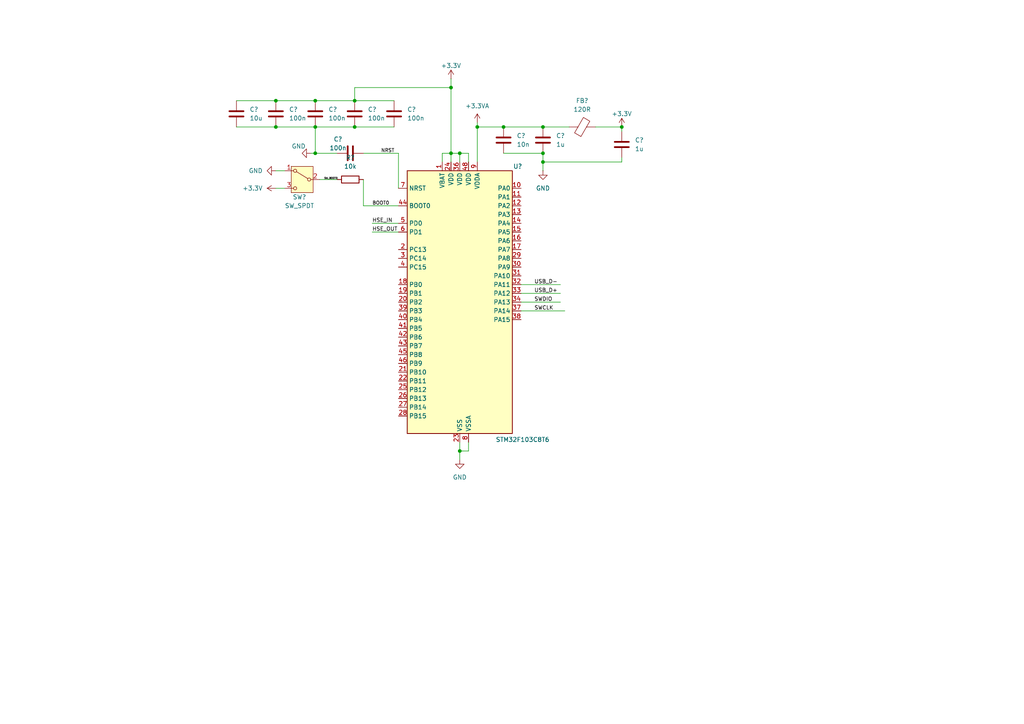
<source format=kicad_sch>
(kicad_sch (version 20250114) (generator "eeschema") (generator_version "9.0")
  (paper "A4")
  (lib_symbols
    (symbol "Device:C" (pin_numbers (hide yes)) (pin_names (offset 0.254))
      (property "Reference" "C" (at 0.635 2.54 0))
      (property "Value" "C" (at 0.635 -2.54 0))
      (symbol "C_0_1"
        (polyline (pts (xy -2.032 0.762) (xy 2.032 0.762)) (stroke (width 0.508)))
        (polyline (pts (xy -2.032 -0.762) (xy 2.032 -0.762)) (stroke (width 0.508)))
      )
      (symbol "C_1_1"
        (pin passive line (at 0 3.81 270) (length 2.794) (name "~") (number "1"))
        (pin passive line (at 0 -3.81 90) (length 2.794) (name "~") (number "2"))
      )
    )
    (symbol "Device:FerriteBead" (pin_numbers (hide yes)) (pin_names (offset 0))
      (property "Reference" "FB" (at -3.81 0.635 90))
      (property "Value" "FerriteBead" (at 3.81 0 90))
      (symbol "FerriteBead_0_1"
        (polyline (pts (xy -2.7686 0.4064) (xy -1.7018 2.2606) (xy 2.7686 -0.3048) (xy 1.6764 -2.159) (xy -2.7686 0.4064)))
        (polyline (pts (xy 0 1.27) (xy 0 1.2954)))
        (polyline (pts (xy 0 -1.27) (xy 0 -1.2192)))
      )
      (symbol "FerriteBead_1_1"
        (pin passive line (at 0 3.81 270) (length 2.54) (name "~") (number "1"))
        (pin passive line (at 0 -3.81 90) (length 2.54) (name "~") (number "2"))
      )
    )
    (symbol "Device:R" (pin_numbers (hide yes)) (pin_names (offset 0))
      (property "Reference" "R" (at 2.032 0 90))
      (property "Value" "R" (at 0 0 90))
      (symbol "R_0_1"
        (rectangle (start -1.016 -2.54) (end 1.016 2.54) (stroke (width 0.254)))
      )
      (symbol "R_1_1"
        (pin passive line (at 0 3.81 270) (length 1.27) (name "~") (number "1"))
        (pin passive line (at 0 -3.81 90) (length 1.27) (name "~") (number "2"))
      )
    )
    (symbol "MCU_ST_STM32F1:STM32F103C8Tx"
      (property "Reference" "U" (at -15.24 39.37 0))
      (property "Value" "STM32F103C8Tx" (at 7.62 39.37 0))
      (symbol "STM32F103C8Tx_0_1"
        (rectangle (start -15.24 -38.1) (end 15.24 38.1) (stroke (width 0.254)) (fill (type background)))
      )
      (symbol "STM32F103C8Tx_1_1"
        (pin input line (at -17.78 33.02 0) (length 2.54) (name "NRST") (number "7"))
        (pin input line (at -17.78 27.94 0) (length 2.54) (name "BOOT0") (number "44"))
        (pin bidirectional line (at -17.78 22.86 0) (length 2.54) (name "PD0") (number "5"))
        (pin bidirectional line (at -17.78 20.32 0) (length 2.54) (name "PD1") (number "6"))
        (pin bidirectional line (at -17.78 15.24 0) (length 2.54) (name "PC13") (number "2"))
        (pin bidirectional line (at -17.78 12.7 0) (length 2.54) (name "PC14") (number "3"))
        (pin bidirectional line (at -17.78 10.16 0) (length 2.54) (name "PC15") (number "4"))
        (pin bidirectional line (at -17.78 5.08 0) (length 2.54) (name "PB0") (number "18"))
        (pin bidirectional line (at -17.78 2.54 0) (length 2.54) (name "PB1") (number "19"))
        (pin bidirectional line (at -17.78 0 0) (length 2.54) (name "PB2") (number "20"))
        (pin bidirectional line (at -17.78 -2.54 0) (length 2.54) (name "PB3") (number "39"))
        (pin bidirectional line (at -17.78 -5.08 0) (length 2.54) (name "PB4") (number "40"))
        (pin bidirectional line (at -17.78 -7.62 0) (length 2.54) (name "PB5") (number "41"))
        (pin bidirectional line (at -17.78 -10.16 0) (length 2.54) (name "PB6") (number "42"))
        (pin bidirectional line (at -17.78 -12.7 0) (length 2.54) (name "PB7") (number "43"))
        (pin bidirectional line (at -17.78 -15.24 0) (length 2.54) (name "PB8") (number "45"))
        (pin bidirectional line (at -17.78 -17.78 0) (length 2.54) (name "PB9") (number "46"))
        (pin bidirectional line (at -17.78 -20.32 0) (length 2.54) (name "PB10") (number "21"))
        (pin bidirectional line (at -17.78 -22.86 0) (length 2.54) (name "PB11") (number "22"))
        (pin bidirectional line (at -17.78 -25.4 0) (length 2.54) (name "PB12") (number "25"))
        (pin bidirectional line (at -17.78 -27.94 0) (length 2.54) (name "PB13") (number "26"))
        (pin bidirectional line (at -17.78 -30.48 0) (length 2.54) (name "PB14") (number "27"))
        (pin bidirectional line (at -17.78 -33.02 0) (length 2.54) (name "PB15") (number "28"))
        (pin power_in line (at -5.08 40.64 270) (length 2.54) (name "VBAT") (number "1"))
        (pin power_in line (at -2.54 40.64 270) (length 2.54) (name "VDD") (number "24"))
        (pin power_in line (at 0 40.64 270) (length 2.54) (name "VDD") (number "36"))
        (pin power_in line (at 0 -40.64 90) (length 2.54) (name "VSS") (number "23"))
        (pin passive line (at 0 -40.64 90) (length 2.54) (hide yes) (name "VSS") (number "35"))
        (pin passive line (at 0 -40.64 90) (length 2.54) (hide yes) (name "VSS") (number "47"))
        (pin power_in line (at 2.54 40.64 270) (length 2.54) (name "VDD") (number "48"))
        (pin power_in line (at 2.54 -40.64 90) (length 2.54) (name "VSSA") (number "8"))
        (pin power_in line (at 5.08 40.64 270) (length 2.54) (name "VDDA") (number "9"))
        (pin bidirectional line (at 17.78 33.02 180) (length 2.54) (name "PA0") (number "10"))
        (pin bidirectional line (at 17.78 30.48 180) (length 2.54) (name "PA1") (number "11"))
        (pin bidirectional line (at 17.78 27.94 180) (length 2.54) (name "PA2") (number "12"))
        (pin bidirectional line (at 17.78 25.4 180) (length 2.54) (name "PA3") (number "13"))
        (pin bidirectional line (at 17.78 22.86 180) (length 2.54) (name "PA4") (number "14"))
        (pin bidirectional line (at 17.78 20.32 180) (length 2.54) (name "PA5") (number "15"))
        (pin bidirectional line (at 17.78 17.78 180) (length 2.54) (name "PA6") (number "16"))
        (pin bidirectional line (at 17.78 15.24 180) (length 2.54) (name "PA7") (number "17"))
        (pin bidirectional line (at 17.78 12.7 180) (length 2.54) (name "PA8") (number "29"))
        (pin bidirectional line (at 17.78 10.16 180) (length 2.54) (name "PA9") (number "30"))
        (pin bidirectional line (at 17.78 7.62 180) (length 2.54) (name "PA10") (number "31"))
        (pin bidirectional line (at 17.78 5.08 180) (length 2.54) (name "PA11") (number "32"))
        (pin bidirectional line (at 17.78 2.54 180) (length 2.54) (name "PA12") (number "33"))
        (pin bidirectional line (at 17.78 0 180) (length 2.54) (name "PA13") (number "34"))
        (pin bidirectional line (at 17.78 -2.54 180) (length 2.54) (name "PA14") (number "37"))
        (pin bidirectional line (at 17.78 -5.08 180) (length 2.54) (name "PA15") (number "38"))
      )
    )
    (symbol "Switch:SW_SPDT" (pin_names (offset 0) (hide yes))
      (property "Reference" "SW" (at 0 5.08 0))
      (property "Value" "SW_SPDT" (at 0 -5.08 0))
      (symbol "SW_SPDT_0_1"
        (circle (center -2.032 0) (radius 0.4572))
        (polyline (pts (xy -1.651 0.254) (xy 1.651 2.286)))
        (circle (center 2.032 2.54) (radius 0.4572))
        (circle (center 2.032 -2.54) (radius 0.4572))
      )
      (symbol "SW_SPDT_1_1"
        (rectangle (start -3.175 3.81) (end 3.175 -3.81) (fill (type background)))
        (pin passive line (at -5.08 0 0) (length 2.54) (name "B") (number "2"))
        (pin passive line (at 5.08 2.54 180) (length 2.54) (name "A") (number "1"))
        (pin passive line (at 5.08 -2.54 180) (length 2.54) (name "C") (number "3"))
      )
    )
    (symbol "power:+3.3V" (power) (pin_numbers (hide yes)) (pin_names (offset 0) (hide yes))
      (property "Value" "+3.3V" (at 0 3.556 0))
      (symbol "+3.3V_0_1"
        (polyline (pts (xy -0.762 1.27) (xy 0 2.54)))
        (polyline (pts (xy 0 2.54) (xy 0.762 1.27)))
        (polyline (pts (xy 0 0) (xy 0 2.54)))
      )
      (symbol "+3.3V_1_1"
        (pin power_in line (at 0 0 90) (length 0) (name "~") (number "1"))
      )
    )
    (symbol "power:+3.3VA" (power) (pin_numbers (hide yes)) (pin_names (offset 0) (hide yes))
      (property "Value" "+3.3VA" (at 0 3.556 0))
      (symbol "+3.3VA_0_1"
        (polyline (pts (xy -0.762 1.27) (xy 0 2.54)))
        (polyline (pts (xy 0 2.54) (xy 0.762 1.27)))
        (polyline (pts (xy 0 0) (xy 0 2.54)))
      )
      (symbol "+3.3VA_1_1"
        (pin power_in line (at 0 0 90) (length 0) (name "~") (number "1"))
      )
    )
    (symbol "power:GND" (power) (pin_numbers (hide yes)) (pin_names (offset 0) (hide yes))
      (property "Value" "GND" (at 0 -3.81 0))
      (symbol "GND_0_1"
        (polyline (pts (xy 0 0) (xy 0 -1.27) (xy 1.27 -1.27) (xy 0 -2.54) (xy -1.27 -1.27) (xy 0 -1.27)))
      )
      (symbol "GND_1_1"
        (pin power_in line (at 0 0 270) (length 0) (name "~") (number "1"))
      )
    )
  )
  (junction (at 102.87 29.21))
  (junction (at 91.44 44.45))
  (junction (at 130.81 25.4))
  (junction (at 138.43 36.83))
  (junction (at 91.44 36.83))
  (junction (at 133.35 130.81))
  (junction (at 102.87 36.83))
  (junction (at 80.01 29.21))
  (junction (at 133.35 44.45))
  (junction (at 180.34 36.83))
  (junction (at 157.48 44.45))
  (junction (at 146.05 36.83))
  (junction (at 130.81 44.45))
  (junction (at 157.48 36.83))
  (junction (at 91.44 29.21))
  (junction (at 157.48 46.99))
  (junction (at 80.01 36.83))
  (wire (pts (xy 135.89 128.27) (xy 135.89 130.81)))
  (wire (pts (xy 146.05 44.45) (xy 157.48 44.45)))
  (wire (pts (xy 115.57 44.45) (xy 115.57 54.61)))
  (wire (pts (xy 102.87 25.4) (xy 130.81 25.4)))
  (wire (pts (xy 151.13 87.63) (xy 162.56 87.63)))
  (wire (pts (xy 107.95 67.31) (xy 115.57 67.31)))
  (wire (pts (xy 157.48 46.99) (xy 180.34 46.99)))
  (wire (pts (xy 130.81 22.86) (xy 130.81 25.4)))
  (wire (pts (xy 133.35 128.27) (xy 133.35 130.81)))
  (wire (pts (xy 91.44 29.21) (xy 102.87 29.21)))
  (wire (pts (xy 151.13 85.09) (xy 162.56 85.09)))
  (wire (pts (xy 128.27 46.99) (xy 128.27 44.45)))
  (wire (pts (xy 133.35 44.45) (xy 135.89 44.45)))
  (wire (pts (xy 91.44 44.45) (xy 97.79 44.45)))
  (wire (pts (xy 157.48 36.83) (xy 165.1 36.83)))
  (wire (pts (xy 128.27 44.45) (xy 130.81 44.45)))
  (wire (pts (xy 80.01 29.21) (xy 91.44 29.21)))
  (wire (pts (xy 146.05 36.83) (xy 157.48 36.83)))
  (wire (pts (xy 180.34 45.72) (xy 180.34 46.99)))
  (wire (pts (xy 172.72 36.83) (xy 180.34 36.83)))
  (wire (pts (xy 133.35 130.81) (xy 135.89 130.81)))
  (wire (pts (xy 180.34 36.83) (xy 180.34 38.1)))
  (wire (pts (xy 105.41 52.07) (xy 105.41 59.69)))
  (wire (pts (xy 107.95 64.77) (xy 115.57 64.77)))
  (wire (pts (xy 91.44 36.83) (xy 91.44 44.45)))
  (wire (pts (xy 138.43 36.83) (xy 146.05 36.83)))
  (wire (pts (xy 130.81 44.45) (xy 133.35 44.45)))
  (wire (pts (xy 105.41 44.45) (xy 115.57 44.45)))
  (wire (pts (xy 92.71 52.07) (xy 97.79 52.07)))
  (wire (pts (xy 102.87 29.21) (xy 102.87 25.4)))
  (wire (pts (xy 102.87 29.21) (xy 114.3 29.21)))
  (wire (pts (xy 68.58 36.83) (xy 80.01 36.83)))
  (wire (pts (xy 80.01 36.83) (xy 91.44 36.83)))
  (wire (pts (xy 135.89 44.45) (xy 135.89 46.99)))
  (wire (pts (xy 138.43 35.56) (xy 138.43 36.83)))
  (wire (pts (xy 130.81 25.4) (xy 130.81 44.45)))
  (wire (pts (xy 105.41 59.69) (xy 115.57 59.69)))
  (wire (pts (xy 151.13 82.55) (xy 162.56 82.55)))
  (wire (pts (xy 157.48 44.45) (xy 157.48 46.99)))
  (wire (pts (xy 80.01 49.53) (xy 82.55 49.53)))
  (wire (pts (xy 90.17 44.45) (xy 91.44 44.45)))
  (wire (pts (xy 151.13 90.17) (xy 163.83 90.17)))
  (wire (pts (xy 130.81 44.45) (xy 130.81 46.99)))
  (wire (pts (xy 68.58 29.21) (xy 80.01 29.21)))
  (wire (pts (xy 157.48 46.99) (xy 157.48 49.53)))
  (wire (pts (xy 91.44 36.83) (xy 102.87 36.83)))
  (wire (pts (xy 80.01 54.61) (xy 82.55 54.61)))
  (wire (pts (xy 133.35 44.45) (xy 133.35 46.99)))
  (wire (pts (xy 133.35 130.81) (xy 133.35 133.35)))
  (wire (pts (xy 138.43 36.83) (xy 138.43 46.99)))
  (wire (pts (xy 102.87 36.83) (xy 114.3 36.83)))
  (label "HSE_OUT" (at 107.95 67.31 0) (effects (font (size 1.1 1.1))))
  (label "USB_D+" (at 154.94 85.09 0) (effects (font (size 1.1 1.1))))
  (label "SWDIO" (at 154.94 87.63 0) (effects (font (size 1.1 1.1))))
  (label "SWCLK" (at 154.94 90.17 0) (effects (font (size 1.1 1.1))))
  (label "USB_D-" (at 154.94 82.55 0) (effects (font (size 1.1 1.1))))
  (label "NRST" (at 110.49 44.45 0) (effects (font (size 1 1))))
  (label "HSE_IN" (at 107.95 64.77 0) (effects (font (size 1.1 1.1))))
  (label "SW_BOOT0" (at 93.98 52.07 0) (effects (font (size 0.5 0.5))))
  (label "BOOT0" (at 107.95 59.69 0) (effects (font (size 1 1))))
  (symbol (lib_id "power:+3.3V") (at 130.81 22.86 0) (unit 1)
    (property "Reference" "#PWR02" (effects (hide yes)))
    (property "Value" "+3.3V" (at 130.81 19.05 0))
    (property "Description" "Power symbol creates a global label with name \"+3.3V\"" (effects (hide yes)))
  )
  (symbol (lib_id "Switch:SW_SPDT") (at 87.63 52.07 0) (mirror y) (unit 1)
    (property "Reference" "SW?" (at 86.868 57.15 0))
    (property "Value" "SW_SPDT" (at 86.868 59.69 0))
    (property "Description" "Switch, single pole double throw" (effects (hide yes)))
  )
  (symbol (lib_id "Device:C") (at 157.48 40.64 0) (unit 1)
    (property "Reference" "C?" (at 161.29 39.3699 0) (effects (justify left)))
    (property "Value" "1u" (at 161.29 41.9099 0) (effects (justify left)))
    (property "Description" "Unpolarized capacitor" (effects (hide yes)))
  )
  (symbol (lib_id "power:GND") (at 90.17 44.45 270) (unit 1)
    (property "Reference" "#PWR03" (effects (hide yes)))
    (property "Value" "GND" (at 86.614 42.418 90))
    (property "Description" "Power symbol creates a global label with name \"GND\" , ground" (effects (hide yes)))
  )
  (symbol (lib_id "Device:C") (at 180.34 41.91 0) (unit 1)
    (property "Reference" "C?" (at 184.15 40.6399 0) (effects (justify left)))
    (property "Value" "1u" (at 184.15 43.1799 0) (effects (justify left)))
    (property "Description" "Unpolarized capacitor" (effects (hide yes)))
  )
  (symbol (lib_id "Device:C") (at 68.58 33.02 0) (unit 1)
    (property "Reference" "C?" (at 72.39 31.7499 0) (effects (justify left)))
    (property "Value" "10u" (at 72.39 34.2899 0) (effects (justify left)))
    (property "Description" "Unpolarized capacitor" (effects (hide yes)))
  )
  (symbol (lib_id "power:+3.3V") (at 180.34 36.83 0) (unit 1)
    (property "Reference" "#PWR06" (effects (hide yes)))
    (property "Value" "+3.3V" (at 180.34 33.02 0))
    (property "Description" "Power symbol creates a global label with name \"+3.3V\"" (effects (hide yes)))
  )
  (symbol (lib_id "power:GND") (at 157.48 49.53 0) (unit 1)
    (property "Reference" "#PWR05" (effects (hide yes)))
    (property "Value" "GND" (at 157.48 54.61 0))
    (property "Description" "Power symbol creates a global label with name \"GND\" , ground" (effects (hide yes)))
  )
  (symbol (lib_id "Device:C") (at 102.87 33.02 0) (unit 1)
    (property "Reference" "C?" (at 106.68 31.7499 0) (effects (justify left)))
    (property "Value" "100n" (at 106.68 34.2899 0) (effects (justify left)))
    (property "Description" "Unpolarized capacitor" (effects (hide yes)))
  )
  (symbol (lib_id "MCU_ST_STM32F1:STM32F103C8Tx") (at 133.35 87.63 0) (unit 1)
    (property "Reference" "U?" (at 148.844 48.26 0) (effects (justify left)))
    (property "Value" "STM32F103C8T6" (at 143.764 127.508 0) (effects (justify left)))
    (property "Footprint" "Package_QFP:LQFP-48_7x7mm_P0.5mm" (effects (hide yes)))
    (property "Datasheet" "https://www.st.com/resource/en/datasheet/stm32f103c8.pdf" (effects (hide yes)))
    (property "Description" "STMicroelectronics Arm Cortex-M3 MCU, 64KB flash, 20KB RAM, 72 MHz, 2.0-3.6V, 37 GPIO, LQFP48" (effects (hide yes)))
  )
  (symbol (lib_id "Device:C") (at 146.05 40.64 0) (unit 1)
    (property "Reference" "C?" (at 149.86 39.3699 0) (effects (justify left)))
    (property "Value" "10n" (at 149.86 41.9099 0) (effects (justify left)))
    (property "Description" "Unpolarized capacitor" (effects (hide yes)))
  )
  (symbol (lib_id "Device:C") (at 91.44 33.02 0) (unit 1)
    (property "Reference" "C?" (at 95.25 31.7499 0) (effects (justify left)))
    (property "Value" "100n" (at 95.25 34.2899 0) (effects (justify left)))
    (property "Description" "Unpolarized capacitor" (effects (hide yes)))
  )
  (symbol (lib_id "power:GND") (at 133.35 133.35 0) (unit 1)
    (property "Reference" "#PWR01" (effects (hide yes)))
    (property "Value" "GND" (at 133.35 138.43 0))
    (property "Description" "Power symbol creates a global label with name \"GND\" , ground" (effects (hide yes)))
  )
  (symbol (lib_id "Device:C") (at 114.3 33.02 0) (unit 1)
    (property "Reference" "C?" (at 118.11 31.7499 0) (effects (justify left)))
    (property "Value" "100n" (at 118.11 34.2899 0) (effects (justify left)))
    (property "Description" "Unpolarized capacitor" (effects (hide yes)))
  )
  (symbol (lib_id "power:+3.3V") (at 80.01 54.61 90) (unit 1)
    (property "Reference" "#PWR08" (effects (hide yes)))
    (property "Value" "+3.3V" (at 76.2 54.6099 90) (effects (justify left)))
    (property "Description" "Power symbol creates a global label with name \"+3.3V\"" (effects (hide yes)))
  )
  (symbol (lib_id "power:+3.3VA") (at 138.43 35.56 0) (unit 1)
    (property "Reference" "#PWR04" (effects (hide yes)))
    (property "Value" "+3.3VA" (at 138.43 30.734 0))
    (property "Description" "Power symbol creates a global label with name \"+3.3VA\"" (effects (hide yes)))
  )
  (symbol (lib_id "Device:FerriteBead") (at 168.91 36.83 90) (unit 1)
    (property "Reference" "FB?" (at 168.8592 29.21 90))
    (property "Value" "120R" (at 168.8592 31.75 90))
    (property "Description" "Ferrite bead" (effects (hide yes)))
  )
  (symbol (lib_id "power:GND") (at 80.01 49.53 270) (unit 1)
    (property "Reference" "#PWR07" (effects (hide yes)))
    (property "Value" "GND" (at 76.2 49.5299 90) (effects (justify right)))
    (property "Description" "Power symbol creates a global label with name \"GND\" , ground" (effects (hide yes)))
  )
  (symbol (lib_id "Device:C") (at 101.6 44.45 90) (unit 1)
    (property "Reference" "C?" (at 98.044 40.386 90))
    (property "Value" "100n" (at 98.044 42.926 90))
    (property "Description" "Unpolarized capacitor" (effects (hide yes)))
  )
  (symbol (lib_id "Device:R") (at 101.6 52.07 90) (unit 1)
    (property "Reference" "R?" (at 101.6 45.72 90))
    (property "Value" "10k" (at 101.6 48.26 90))
    (property "Description" "Resistor" (effects (hide yes)))
  )
  (symbol (lib_id "Device:C") (at 80.01 33.02 0) (unit 1)
    (property "Reference" "C?" (at 83.82 31.7499 0) (effects (justify left)))
    (property "Value" "100n" (at 83.82 34.2899 0) (effects (justify left)))
    (property "Description" "Unpolarized capacitor" (effects (hide yes)))
  )
)
</source>
